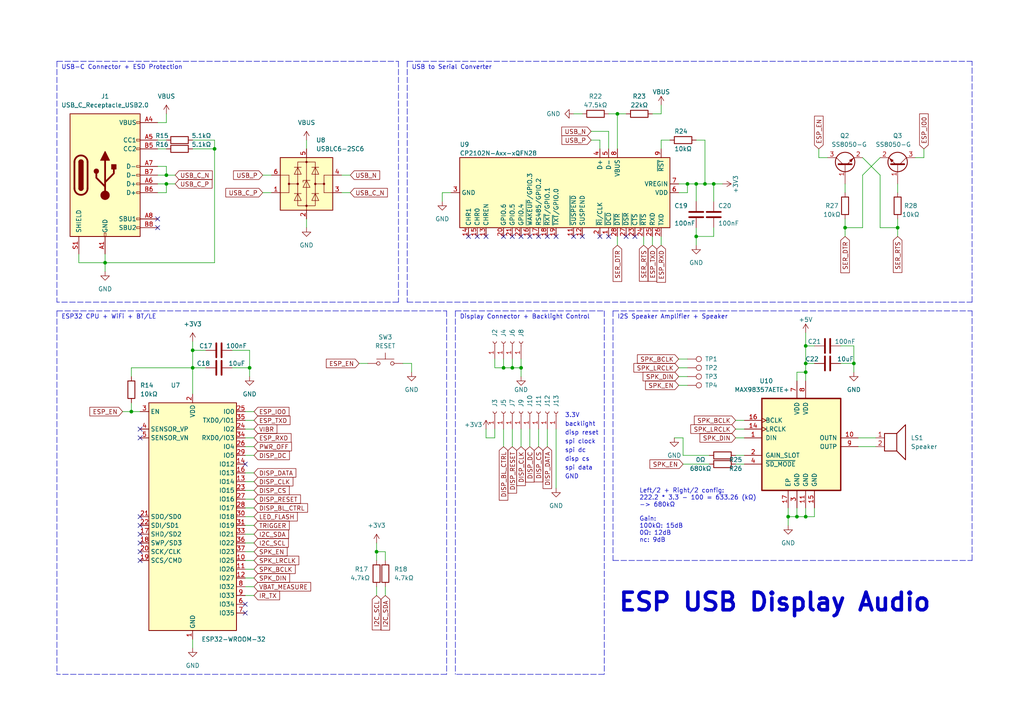
<source format=kicad_sch>
(kicad_sch (version 20211123) (generator eeschema)
  (paper "A4")
  (lib_symbols
    (symbol "Connector:Conn_01x01_Female" (pin_names (offset 1.016) hide)
      (property "Reference" "J" (at 0 2.54 0))
      (property "Value" "Conn_01x01_Female" (at 0 -2.54 0))
      (symbol "Conn_01x01_Female_1_1"
        (polyline (pts (xy -1.27 0) (xy -0.508 0)) (stroke (width 0.1524)))
        (arc (start 0 0.508) (mid -0.508 0) (end 0 -0.508) (stroke (width 0.1524)))
        (pin passive line (at -5.08 0 0) (length 3.81) (name "Pin_1") (number "1"))
      )
    )
    (symbol "Connector:TestPoint" (pin_numbers hide) (pin_names (offset 0.762) hide)
      (property "Reference" "TP" (at 0 6.858 0))
      (property "Value" "TestPoint" (at 0 5.08 0))
      (symbol "TestPoint_0_1"
        (circle (center 0 3.302) (radius 0.762))
      )
      (symbol "TestPoint_1_1"
        (pin passive line (at 0 0 90) (length 2.54) (name "1") (number "1"))
      )
    )
    (symbol "Connector:USB_C_Receptacle_USB2.0" (pin_names (offset 1.016))
      (property "Reference" "J" (at -10.16 19.05 0))
      (property "Value" "USB_C_Receptacle_USB2.0" (at 19.05 19.05 0))
      (symbol "USB_C_Receptacle_USB2.0_0_0"
        (rectangle (start -0.254 -17.78) (end 0.254 -16.764))
        (rectangle (start 10.16 -14.986) (end 9.144 -15.494))
        (rectangle (start 10.16 -12.446) (end 9.144 -12.954))
        (rectangle (start 10.16 -4.826) (end 9.144 -5.334))
        (rectangle (start 10.16 -2.286) (end 9.144 -2.794))
        (rectangle (start 10.16 0.254) (end 9.144 -0.254))
        (rectangle (start 10.16 2.794) (end 9.144 2.286))
        (rectangle (start 10.16 7.874) (end 9.144 7.366))
        (rectangle (start 10.16 10.414) (end 9.144 9.906))
        (rectangle (start 10.16 15.494) (end 9.144 14.986))
      )
      (symbol "USB_C_Receptacle_USB2.0_0_1"
        (rectangle (start -10.16 17.78) (end 10.16 -17.78) (stroke (width 0.254)) (fill (type background)))
        (arc (start -8.89 -3.81) (mid -6.985 -5.715) (end -5.08 -3.81) (stroke (width 0.508)))
        (arc (start -7.62 -3.81) (mid -6.985 -4.445) (end -6.35 -3.81) (stroke (width 0.254)))
        (arc (start -7.62 -3.81) (mid -6.985 -4.445) (end -6.35 -3.81) (stroke (width 0.254)) (fill (type outline)))
        (rectangle (start -7.62 -3.81) (end -6.35 3.81) (stroke (width 0.254)) (fill (type outline)))
        (arc (start -6.35 3.81) (mid -6.985 4.445) (end -7.62 3.81) (stroke (width 0.254)))
        (arc (start -6.35 3.81) (mid -6.985 4.445) (end -7.62 3.81) (stroke (width 0.254)) (fill (type outline)))
        (arc (start -5.08 3.81) (mid -6.985 5.715) (end -8.89 3.81) (stroke (width 0.508)))
        (circle (center -2.54 1.143) (radius 0.635) (stroke (width 0.254)) (fill (type outline)))
        (circle (center 0 -5.842) (radius 1.27) (fill (type outline)))
        (polyline (pts (xy -8.89 -3.81) (xy -8.89 3.81)) (stroke (width 0.508)))
        (polyline (pts (xy -5.08 3.81) (xy -5.08 -3.81)) (stroke (width 0.508)))
        (polyline (pts (xy 0 -5.842) (xy 0 4.318)) (stroke (width 0.508)))
        (polyline (pts (xy 0 -3.302) (xy -2.54 -0.762) (xy -2.54 0.508)) (stroke (width 0.508)))
        (polyline (pts (xy 0 -2.032) (xy 2.54 0.508) (xy 2.54 1.778)) (stroke (width 0.508)))
        (polyline (pts (xy -1.27 4.318) (xy 0 6.858) (xy 1.27 4.318) (xy -1.27 4.318)) (stroke (width 0.254)) (fill (type outline)))
        (rectangle (start 1.905 1.778) (end 3.175 3.048) (stroke (width 0.254)) (fill (type outline)))
      )
      (symbol "USB_C_Receptacle_USB2.0_1_1"
        (pin passive line (at 0 -22.86 90) (length 5.08) (name "GND") (number "A1"))
        (pin passive line (at 0 -22.86 90) (length 5.08) hide (name "GND") (number "A12"))
        (pin passive line (at 15.24 15.24 180) (length 5.08) (name "VBUS") (number "A4"))
        (pin bidirectional line (at 15.24 10.16 180) (length 5.08) (name "CC1") (number "A5"))
        (pin bidirectional line (at 15.24 -2.54 180) (length 5.08) (name "D+") (number "A6"))
        (pin bidirectional line (at 15.24 2.54 180) (length 5.08) (name "D-") (number "A7"))
        (pin bidirectional line (at 15.24 -12.7 180) (length 5.08) (name "SBU1") (number "A8"))
        (pin passive line (at 15.24 15.24 180) (length 5.08) hide (name "VBUS") (number "A9"))
        (pin passive line (at 0 -22.86 90) (length 5.08) hide (name "GND") (number "B1"))
        (pin passive line (at 0 -22.86 90) (length 5.08) hide (name "GND") (number "B12"))
        (pin passive line (at 15.24 15.24 180) (length 5.08) hide (name "VBUS") (number "B4"))
        (pin bidirectional line (at 15.24 7.62 180) (length 5.08) (name "CC2") (number "B5"))
        (pin bidirectional line (at 15.24 -5.08 180) (length 5.08) (name "D+") (number "B6"))
        (pin bidirectional line (at 15.24 0 180) (length 5.08) (name "D-") (number "B7"))
        (pin bidirectional line (at 15.24 -15.24 180) (length 5.08) (name "SBU2") (number "B8"))
        (pin passive line (at 15.24 15.24 180) (length 5.08) hide (name "VBUS") (number "B9"))
        (pin passive line (at -7.62 -22.86 90) (length 5.08) (name "SHIELD") (number "S1"))
      )
    )
    (symbol "Device:C" (pin_numbers hide) (pin_names (offset 0.254))
      (property "Reference" "C" (at 0.635 2.54 0))
      (property "Value" "C" (at 0.635 -2.54 0))
      (symbol "C_0_1"
        (polyline (pts (xy -2.032 -0.762) (xy 2.032 -0.762)) (stroke (width 0.508)))
        (polyline (pts (xy -2.032 0.762) (xy 2.032 0.762)) (stroke (width 0.508)))
      )
      (symbol "C_1_1"
        (pin passive line (at 0 3.81 270) (length 2.794) (name "~") (number "1"))
        (pin passive line (at 0 -3.81 90) (length 2.794) (name "~") (number "2"))
      )
    )
    (symbol "Device:Q_NPN_BEC" (pin_names (offset 0) hide)
      (property "Reference" "Q" (at 5.08 1.27 0))
      (property "Value" "Q_NPN_BEC" (at 5.08 -1.27 0))
      (symbol "Q_NPN_BEC_0_1"
        (polyline (pts (xy 0.635 0.635) (xy 2.54 2.54)))
        (polyline (pts (xy 0.635 -0.635) (xy 2.54 -2.54) (xy 2.54 -2.54)))
        (polyline (pts (xy 0.635 1.905) (xy 0.635 -1.905) (xy 0.635 -1.905)) (stroke (width 0.508)))
        (polyline (pts (xy 1.27 -1.778) (xy 1.778 -1.27) (xy 2.286 -2.286) (xy 1.27 -1.778) (xy 1.27 -1.778)) (fill (type outline)))
        (circle (center 1.27 0) (radius 2.8194) (stroke (width 0.254)))
      )
      (symbol "Q_NPN_BEC_1_1"
        (pin input line (at -5.08 0 0) (length 5.715) (name "B") (number "1"))
        (pin passive line (at 2.54 -5.08 90) (length 2.54) (name "E") (number "2"))
        (pin passive line (at 2.54 5.08 270) (length 2.54) (name "C") (number "3"))
      )
    )
    (symbol "Device:R" (pin_numbers hide) (pin_names (offset 0))
      (property "Reference" "R" (at 2.032 0 90))
      (property "Value" "R" (at 0 0 90))
      (symbol "R_0_1"
        (rectangle (start -1.016 -2.54) (end 1.016 2.54) (stroke (width 0.254)))
      )
      (symbol "R_1_1"
        (pin passive line (at 0 3.81 270) (length 1.27) (name "~") (number "1"))
        (pin passive line (at 0 -3.81 90) (length 1.27) (name "~") (number "2"))
      )
    )
    (symbol "Device:Speaker" (pin_names (offset 0) hide)
      (property "Reference" "LS" (at 1.27 5.715 0))
      (property "Value" "Speaker" (at 1.27 3.81 0))
      (symbol "Speaker_0_0"
        (rectangle (start -2.54 1.27) (end 1.016 -3.81) (stroke (width 0.254)))
        (polyline (pts (xy 1.016 1.27) (xy 3.556 3.81) (xy 3.556 -6.35) (xy 1.016 -3.81)) (stroke (width 0.254)))
      )
      (symbol "Speaker_1_1"
        (pin input line (at -5.08 0 0) (length 2.54) (name "1") (number "1"))
        (pin input line (at -5.08 -2.54 0) (length 2.54) (name "2") (number "2"))
      )
    )
    (symbol "Interface_USB:CP2102N-Axx-xQFN28"
      (property "Reference" "U" (at -8.89 31.75 0))
      (property "Value" "CP2102N-Axx-xQFN28" (at 12.7 31.75 0))
      (symbol "CP2102N-Axx-xQFN28_0_1"
        (rectangle (start -10.16 30.48) (end 10.16 -30.48) (stroke (width 0.254)) (fill (type background)))
      )
      (symbol "CP2102N-Axx-xQFN28_1_1"
        (pin input line (at 12.7 12.7 180) (length 2.54) (name "~{DCD}") (number "1"))
        (pin no_connect line (at -10.16 -27.94 0) (length 2.54) hide (name "NC") (number "10"))
        (pin output line (at 12.7 2.54 180) (length 2.54) (name "~{SUSPEND}") (number "11"))
        (pin output line (at 12.7 5.08 180) (length 2.54) (name "SUSPEND") (number "12"))
        (pin output line (at 12.7 -22.86 180) (length 2.54) (name "CHREN") (number "13"))
        (pin output line (at 12.7 -27.94 180) (length 2.54) (name "CHR1") (number "14"))
        (pin output line (at 12.7 -25.4 180) (length 2.54) (name "CHR0") (number "15"))
        (pin bidirectional line (at 12.7 -10.16 180) (length 2.54) (name "~{WAKEUP}/GPIO.3") (number "16"))
        (pin bidirectional line (at 12.7 -7.62 180) (length 2.54) (name "RS485/GPIO.2") (number "17"))
        (pin bidirectional line (at 12.7 -5.08 180) (length 2.54) (name "~{RXT}/GPIO.1") (number "18"))
        (pin bidirectional line (at 12.7 -2.54 180) (length 2.54) (name "~{TXT}/GPIO.0") (number "19"))
        (pin bidirectional line (at 12.7 10.16 180) (length 2.54) (name "~{RI}/CLK") (number "2"))
        (pin bidirectional line (at 12.7 -17.78 180) (length 2.54) (name "GPIO.6") (number "20"))
        (pin bidirectional line (at 12.7 -15.24 180) (length 2.54) (name "GPIO.5") (number "21"))
        (pin bidirectional line (at 12.7 -12.7 180) (length 2.54) (name "GPIO.4") (number "22"))
        (pin input line (at 12.7 20.32 180) (length 2.54) (name "~{CTS}") (number "23"))
        (pin output line (at 12.7 22.86 180) (length 2.54) (name "~{RTS}") (number "24"))
        (pin input line (at 12.7 25.4 180) (length 2.54) (name "RXD") (number "25"))
        (pin output line (at 12.7 27.94 180) (length 2.54) (name "TXD") (number "26"))
        (pin input line (at 12.7 17.78 180) (length 2.54) (name "~{DSR}") (number "27"))
        (pin output line (at 12.7 15.24 180) (length 2.54) (name "~{DTR}") (number "28"))
        (pin passive line (at 0 -33.02 90) (length 2.54) hide (name "GND") (number "29"))
        (pin power_in line (at 0 -33.02 90) (length 2.54) (name "GND") (number "3"))
        (pin bidirectional line (at -12.7 10.16 0) (length 2.54) (name "D+") (number "4"))
        (pin bidirectional line (at -12.7 12.7 0) (length 2.54) (name "D-") (number "5"))
        (pin power_in line (at 0 33.02 270) (length 2.54) (name "VDD") (number "6"))
        (pin power_in line (at -2.54 33.02 270) (length 2.54) (name "VREGIN") (number "7"))
        (pin input line (at -12.7 15.24 0) (length 2.54) (name "VBUS") (number "8"))
        (pin input line (at -12.7 27.94 0) (length 2.54) (name "~{RST}") (number "9"))
      )
    )
    (symbol "MAX98357AETE:MAX98357AETE+" (pin_names (offset 1.016))
      (property "Reference" "U" (at -17.78 12.7 0))
      (property "Value" "MAX98357AETE+" (at -3.81 12.7 0))
      (symbol "MAX98357AETE+_0_0"
        (rectangle (start -17.78 11.43) (end 5.08 -15.24) (stroke (width 0.4064)) (fill (type background)))
        (pin input line (at -22.86 0 0) (length 5.08) (name "DIN") (number "1"))
        (pin output line (at 10.16 0 180) (length 5.08) (name "OUTN") (number "10"))
        (pin power_in line (at -5.08 -20.32 90) (length 5.08) (name "GND") (number "11"))
        (pin input clock (at -22.86 2.54 0) (length 5.08) (name "LRCLK") (number "14"))
        (pin power_in line (at -2.54 -20.32 90) (length 5.08) (name "GND") (number "15"))
        (pin input clock (at -22.86 5.08 0) (length 5.08) (name "BCLK") (number "16"))
        (pin power_in line (at -10.16 -20.32 90) (length 5.08) (name "EP") (number "17"))
        (pin input line (at -22.86 -5.08 0) (length 5.08) (name "GAIN_SLOT") (number "2"))
        (pin power_in line (at -7.62 -20.32 90) (length 5.08) (name "GND") (number "3"))
        (pin input line (at -22.86 -7.62 0) (length 5.08) (name "~{SD_MODE}") (number "4"))
        (pin power_in line (at -7.62 16.51 270) (length 5.08) (name "VDD") (number "7"))
        (pin power_in line (at -5.08 16.51 270) (length 5.08) (name "VDD") (number "8"))
        (pin output line (at 10.16 -2.54 180) (length 5.08) (name "OUTP") (number "9"))
      )
    )
    (symbol "Power_Protection:USBLC6-2SC6" (pin_names hide)
      (property "Reference" "U" (at 2.54 8.89 0))
      (property "Value" "USBLC6-2SC6" (at 2.54 -8.89 0))
      (symbol "USBLC6-2SC6_0_1"
        (rectangle (start -7.62 -7.62) (end 7.62 7.62) (stroke (width 0.254)) (fill (type background)))
        (circle (center -5.08 0) (radius 0.254) (fill (type outline)))
        (circle (center -2.54 0) (radius 0.254) (fill (type outline)))
        (rectangle (start -2.54 6.35) (end 2.54 -6.35))
        (circle (center 0 -6.35) (radius 0.254) (fill (type outline)))
        (polyline (pts (xy -5.08 -2.54) (xy -7.62 -2.54)))
        (polyline (pts (xy -5.08 0) (xy -5.08 -2.54)))
        (polyline (pts (xy -5.08 2.54) (xy -7.62 2.54)))
        (polyline (pts (xy -1.524 -2.794) (xy -3.556 -2.794)))
        (polyline (pts (xy -1.524 4.826) (xy -3.556 4.826)))
        (polyline (pts (xy 0 -7.62) (xy 0 -6.35)))
        (polyline (pts (xy 0 -6.35) (xy 0 1.27)))
        (polyline (pts (xy 0 1.27) (xy 0 6.35)))
        (polyline (pts (xy 0 6.35) (xy 0 7.62)))
        (polyline (pts (xy 1.524 -2.794) (xy 3.556 -2.794)))
        (polyline (pts (xy 1.524 4.826) (xy 3.556 4.826)))
        (polyline (pts (xy 5.08 -2.54) (xy 7.62 -2.54)))
        (polyline (pts (xy 5.08 0) (xy 5.08 -2.54)))
        (polyline (pts (xy 5.08 2.54) (xy 7.62 2.54)))
        (polyline (pts (xy -2.54 0) (xy -5.08 0) (xy -5.08 2.54)))
        (polyline (pts (xy 2.54 0) (xy 5.08 0) (xy 5.08 2.54)))
        (polyline (pts (xy -3.556 -4.826) (xy -1.524 -4.826) (xy -2.54 -2.794) (xy -3.556 -4.826)))
        (polyline (pts (xy -3.556 2.794) (xy -1.524 2.794) (xy -2.54 4.826) (xy -3.556 2.794)))
        (polyline (pts (xy -1.016 -1.016) (xy 1.016 -1.016) (xy 0 1.016) (xy -1.016 -1.016)))
        (polyline (pts (xy 1.016 1.016) (xy 0.762 1.016) (xy -1.016 1.016) (xy -1.016 0.508)))
        (polyline (pts (xy 3.556 -4.826) (xy 1.524 -4.826) (xy 2.54 -2.794) (xy 3.556 -4.826)))
        (polyline (pts (xy 3.556 2.794) (xy 1.524 2.794) (xy 2.54 4.826) (xy 3.556 2.794)))
        (circle (center 0 6.35) (radius 0.254) (fill (type outline)))
        (circle (center 2.54 0) (radius 0.254) (fill (type outline)))
        (circle (center 5.08 0) (radius 0.254) (fill (type outline)))
      )
      (symbol "USBLC6-2SC6_1_1"
        (pin passive line (at -10.16 -2.54 0) (length 2.54) (name "I/O1") (number "1"))
        (pin passive line (at 0 -10.16 90) (length 2.54) (name "GND") (number "2"))
        (pin passive line (at 10.16 -2.54 180) (length 2.54) (name "I/O2") (number "3"))
        (pin passive line (at 10.16 2.54 180) (length 2.54) (name "I/O2") (number "4"))
        (pin passive line (at 0 10.16 270) (length 2.54) (name "VBUS") (number "5"))
        (pin passive line (at -10.16 2.54 0) (length 2.54) (name "I/O1") (number "6"))
      )
    )
    (symbol "RF_Module:ESP32-WROOM-32"
      (property "Reference" "U" (at -12.7 34.29 0))
      (property "Value" "ESP32-WROOM-32" (at 1.27 34.29 0))
      (symbol "ESP32-WROOM-32_0_1"
        (rectangle (start -12.7 33.02) (end 12.7 -33.02) (stroke (width 0.254)) (fill (type background)))
      )
      (symbol "ESP32-WROOM-32_1_1"
        (pin power_in line (at 0 -35.56 90) (length 2.54) (name "GND") (number "1"))
        (pin bidirectional line (at 15.24 -12.7 180) (length 2.54) (name "IO25") (number "10"))
        (pin bidirectional line (at 15.24 -15.24 180) (length 2.54) (name "IO26") (number "11"))
        (pin bidirectional line (at 15.24 -17.78 180) (length 2.54) (name "IO27") (number "12"))
        (pin bidirectional line (at 15.24 10.16 180) (length 2.54) (name "IO14") (number "13"))
        (pin bidirectional line (at 15.24 15.24 180) (length 2.54) (name "IO12") (number "14"))
        (pin passive line (at 0 -35.56 90) (length 2.54) hide (name "GND") (number "15"))
        (pin bidirectional line (at 15.24 12.7 180) (length 2.54) (name "IO13") (number "16"))
        (pin bidirectional line (at -15.24 -5.08 0) (length 2.54) (name "SHD/SD2") (number "17"))
        (pin bidirectional line (at -15.24 -7.62 0) (length 2.54) (name "SWP/SD3") (number "18"))
        (pin bidirectional line (at -15.24 -12.7 0) (length 2.54) (name "SCS/CMD") (number "19"))
        (pin power_in line (at 0 35.56 270) (length 2.54) (name "VDD") (number "2"))
        (pin bidirectional line (at -15.24 -10.16 0) (length 2.54) (name "SCK/CLK") (number "20"))
        (pin bidirectional line (at -15.24 0 0) (length 2.54) (name "SDO/SD0") (number "21"))
        (pin bidirectional line (at -15.24 -2.54 0) (length 2.54) (name "SDI/SD1") (number "22"))
        (pin bidirectional line (at 15.24 7.62 180) (length 2.54) (name "IO15") (number "23"))
        (pin bidirectional line (at 15.24 25.4 180) (length 2.54) (name "IO2") (number "24"))
        (pin bidirectional line (at 15.24 30.48 180) (length 2.54) (name "IO0") (number "25"))
        (pin bidirectional line (at 15.24 20.32 180) (length 2.54) (name "IO4") (number "26"))
        (pin bidirectional line (at 15.24 5.08 180) (length 2.54) (name "IO16") (number "27"))
        (pin bidirectional line (at 15.24 2.54 180) (length 2.54) (name "IO17") (number "28"))
        (pin bidirectional line (at 15.24 17.78 180) (length 2.54) (name "IO5") (number "29"))
        (pin input line (at -15.24 30.48 0) (length 2.54) (name "EN") (number "3"))
        (pin bidirectional line (at 15.24 0 180) (length 2.54) (name "IO18") (number "30"))
        (pin bidirectional line (at 15.24 -2.54 180) (length 2.54) (name "IO19") (number "31"))
        (pin no_connect line (at -12.7 -27.94 0) (length 2.54) hide (name "NC") (number "32"))
        (pin bidirectional line (at 15.24 -5.08 180) (length 2.54) (name "IO21") (number "33"))
        (pin bidirectional line (at 15.24 22.86 180) (length 2.54) (name "RXD0/IO3") (number "34"))
        (pin bidirectional line (at 15.24 27.94 180) (length 2.54) (name "TXD0/IO1") (number "35"))
        (pin bidirectional line (at 15.24 -7.62 180) (length 2.54) (name "IO22") (number "36"))
        (pin bidirectional line (at 15.24 -10.16 180) (length 2.54) (name "IO23") (number "37"))
        (pin passive line (at 0 -35.56 90) (length 2.54) hide (name "GND") (number "38"))
        (pin passive line (at 0 -35.56 90) (length 2.54) hide (name "GND") (number "39"))
        (pin input line (at -15.24 25.4 0) (length 2.54) (name "SENSOR_VP") (number "4"))
        (pin input line (at -15.24 22.86 0) (length 2.54) (name "SENSOR_VN") (number "5"))
        (pin input line (at 15.24 -25.4 180) (length 2.54) (name "IO34") (number "6"))
        (pin input line (at 15.24 -27.94 180) (length 2.54) (name "IO35") (number "7"))
        (pin bidirectional line (at 15.24 -20.32 180) (length 2.54) (name "IO32") (number "8"))
        (pin bidirectional line (at 15.24 -22.86 180) (length 2.54) (name "IO33") (number "9"))
      )
    )
    (symbol "Switch:SW_Push" (pin_numbers hide) (pin_names (offset 1.016) hide)
      (property "Reference" "SW" (at 1.27 2.54 0))
      (property "Value" "SW_Push" (at 0 -1.524 0))
      (symbol "SW_Push_0_1"
        (circle (center -2.032 0) (radius 0.508))
        (polyline (pts (xy 0 1.27) (xy 0 3.048)))
        (polyline (pts (xy 2.54 1.27) (xy -2.54 1.27)))
        (circle (center 2.032 0) (radius 0.508))
        (pin passive line (at -5.08 0 0) (length 2.54) (name "1") (number "1"))
        (pin passive line (at 5.08 0 180) (length 2.54) (name "2") (number "2"))
      )
    )
    (symbol "power:+3V3" (power) (pin_names (offset 0))
      (property "Value" "+3V3" (at 0 3.556 0))
      (symbol "+3V3_0_1"
        (polyline (pts (xy -0.762 1.27) (xy 0 2.54)))
        (polyline (pts (xy 0 0) (xy 0 2.54)))
        (polyline (pts (xy 0 2.54) (xy 0.762 1.27)))
      )
      (symbol "+3V3_1_1"
        (pin power_in line (at 0 0 90) (length 0) hide (name "+3V3") (number "1"))
      )
    )
    (symbol "power:+5V" (power) (pin_names (offset 0))
      (property "Value" "+5V" (at 0 3.556 0))
      (symbol "+5V_0_1"
        (polyline (pts (xy -0.762 1.27) (xy 0 2.54)))
        (polyline (pts (xy 0 0) (xy 0 2.54)))
        (polyline (pts (xy 0 2.54) (xy 0.762 1.27)))
      )
      (symbol "+5V_1_1"
        (pin power_in line (at 0 0 90) (length 0) hide (name "+5V") (number "1"))
      )
    )
    (symbol "power:GND" (power) (pin_names (offset 0))
      (property "Value" "GND" (at 0 -3.81 0))
      (symbol "GND_0_1"
        (polyline (pts (xy 0 0) (xy 0 -1.27) (xy 1.27 -1.27) (xy 0 -2.54) (xy -1.27 -1.27) (xy 0 -1.27)))
      )
      (symbol "GND_1_1"
        (pin power_in line (at 0 0 270) (length 0) hide (name "GND") (number "1"))
      )
    )
    (symbol "power:VBUS" (power) (pin_names (offset 0))
      (property "Value" "VBUS" (at 0 3.81 0))
      (symbol "VBUS_0_1"
        (polyline (pts (xy -0.762 1.27) (xy 0 2.54)))
        (polyline (pts (xy 0 0) (xy 0 2.54)))
        (polyline (pts (xy 0 2.54) (xy 0.762 1.27)))
      )
      (symbol "VBUS_1_1"
        (pin power_in line (at 0 0 90) (length 0) hide (name "VBUS") (number "1"))
      )
    )
  )
  (junction (at 72.39 106.68))
  (junction (at 199.39 53.34))
  (junction (at 62.23 43.18))
  (junction (at 260.35 66.04))
  (junction (at 55.88 106.68))
  (junction (at 233.68 100.33))
  (junction (at 228.6 149.86))
  (junction (at 245.11 66.04))
  (junction (at 247.65 105.41))
  (junction (at 109.22 160.02))
  (junction (at 146.05 106.68))
  (junction (at 201.93 68.58))
  (junction (at 38.1 119.38))
  (junction (at 148.59 106.68))
  (junction (at 30.48 76.2))
  (junction (at 179.07 33.02))
  (junction (at 233.68 105.41))
  (junction (at 151.13 106.68))
  (junction (at 201.93 53.34))
  (junction (at 48.26 50.8))
  (junction (at 48.26 53.34))
  (junction (at 233.68 107.95))
  (junction (at 233.68 149.86))
  (junction (at 231.14 149.86))
  (junction (at 207.01 53.34))
  (junction (at 55.88 101.6))
  (junction (at 204.47 53.34))
  (no_connect (at 168.91 68.58))
  (no_connect (at 40.64 162.56))
  (no_connect (at 156.21 68.58))
  (no_connect (at 153.67 68.58))
  (no_connect (at 181.61 68.58))
  (no_connect (at 45.72 63.5))
  (no_connect (at 184.15 68.58))
  (no_connect (at 40.64 154.94))
  (no_connect (at 146.05 68.58))
  (no_connect (at 40.64 157.48))
  (no_connect (at 140.97 68.58))
  (no_connect (at 40.64 160.02))
  (no_connect (at 71.12 134.62))
  (no_connect (at 45.72 66.04))
  (no_connect (at 176.53 68.58))
  (no_connect (at 71.12 177.8))
  (no_connect (at 173.99 68.58))
  (no_connect (at 40.64 149.86))
  (no_connect (at 158.75 68.58))
  (no_connect (at 161.29 68.58))
  (no_connect (at 40.64 127))
  (no_connect (at 135.89 68.58))
  (no_connect (at 40.64 124.46))
  (no_connect (at 138.43 68.58))
  (no_connect (at 166.37 68.58))
  (no_connect (at 148.59 68.58))
  (no_connect (at 40.64 152.4))
  (no_connect (at 71.12 175.26))
  (no_connect (at 151.13 68.58))
  (wire (pts (xy 189.23 33.02) (xy 191.77 33.02)))
  (wire (pts (xy 245.11 68.58) (xy 245.11 66.04)))
  (wire (pts (xy 76.2 55.88) (xy 78.74 55.88)))
  (wire (pts (xy 207.01 53.34) (xy 204.47 53.34)))
  (wire (pts (xy 255.27 50.8) (xy 255.27 66.04)))
  (wire (pts (xy 48.26 33.02) (xy 48.26 35.56)))
  (wire (pts (xy 128.27 55.88) (xy 128.27 58.42)))
  (wire (pts (xy 22.86 73.66) (xy 22.86 76.2)))
  (wire (pts (xy 22.86 76.2) (xy 30.48 76.2)))
  (wire (pts (xy 196.85 106.68) (xy 199.39 106.68)))
  (polyline (pts (xy 177.8 90.17) (xy 177.8 162.56)))
  (wire (pts (xy 260.35 63.5) (xy 260.35 66.04)))
  (wire (pts (xy 161.29 141.605) (xy 161.29 124.46)))
  (wire (pts (xy 119.38 107.95) (xy 119.38 105.41)))
  (wire (pts (xy 30.48 76.2) (xy 30.48 78.74)))
  (wire (pts (xy 38.1 109.22) (xy 38.1 106.68)))
  (wire (pts (xy 201.93 53.34) (xy 201.93 58.42)))
  (wire (pts (xy 55.88 106.68) (xy 55.88 114.3)))
  (wire (pts (xy 213.36 124.46) (xy 215.9 124.46)))
  (wire (pts (xy 71.12 160.02) (xy 73.66 160.02)))
  (wire (pts (xy 176.53 38.1) (xy 176.53 43.18)))
  (wire (pts (xy 228.6 149.86) (xy 231.14 149.86)))
  (wire (pts (xy 156.21 129.54) (xy 156.21 124.46)))
  (wire (pts (xy 48.26 50.8) (xy 50.8 50.8)))
  (wire (pts (xy 153.67 129.54) (xy 153.67 124.46)))
  (wire (pts (xy 233.68 96.52) (xy 233.68 100.33)))
  (wire (pts (xy 201.93 66.04) (xy 201.93 68.58)))
  (wire (pts (xy 62.23 40.64) (xy 55.88 40.64)))
  (wire (pts (xy 71.12 124.46) (xy 73.66 124.46)))
  (wire (pts (xy 143.51 104.14) (xy 143.51 106.68)))
  (polyline (pts (xy 115.57 17.78) (xy 115.57 87.63)) (stroke (width 0) (type dash)))
  (wire (pts (xy 231.14 149.86) (xy 233.68 149.86)))
  (polyline (pts (xy 132.08 90.17) (xy 175.26 90.17)))
  (wire (pts (xy 265.43 45.72) (xy 267.97 45.72)))
  (wire (pts (xy 71.12 119.38) (xy 73.66 119.38)))
  (wire (pts (xy 196.85 109.22) (xy 199.39 109.22)))
  (polyline (pts (xy 129.54 195.58) (xy 16.51 195.58)))
  (wire (pts (xy 148.59 106.68) (xy 151.13 106.68)))
  (wire (pts (xy 233.68 100.33) (xy 233.68 105.41)))
  (wire (pts (xy 38.1 106.68) (xy 55.88 106.68)))
  (wire (pts (xy 196.85 104.14) (xy 199.39 104.14)))
  (wire (pts (xy 233.68 100.33) (xy 236.22 100.33)))
  (wire (pts (xy 233.68 149.86) (xy 236.22 149.86)))
  (wire (pts (xy 99.06 50.8) (xy 101.6 50.8)))
  (polyline (pts (xy 118.11 87.63) (xy 281.94 87.63)))
  (wire (pts (xy 55.88 101.6) (xy 55.88 106.68)))
  (wire (pts (xy 45.72 53.34) (xy 48.26 53.34)))
  (wire (pts (xy 72.39 101.6) (xy 72.39 106.68)))
  (wire (pts (xy 196.85 55.88) (xy 199.39 55.88)))
  (wire (pts (xy 245.11 63.5) (xy 245.11 66.04)))
  (wire (pts (xy 111.76 170.18) (xy 111.76 172.72)))
  (wire (pts (xy 233.68 107.95) (xy 233.68 110.49)))
  (wire (pts (xy 62.23 43.18) (xy 62.23 40.64)))
  (wire (pts (xy 48.26 50.8) (xy 48.26 48.26)))
  (wire (pts (xy 143.51 106.68) (xy 146.05 106.68)))
  (wire (pts (xy 55.88 185.42) (xy 55.88 187.96)))
  (wire (pts (xy 72.39 106.68) (xy 72.39 109.22)))
  (wire (pts (xy 48.26 53.34) (xy 50.8 53.34)))
  (wire (pts (xy 204.47 40.64) (xy 204.47 53.34)))
  (wire (pts (xy 166.37 33.02) (xy 168.91 33.02)))
  (polyline (pts (xy 16.51 17.78) (xy 16.51 87.63)) (stroke (width 0) (type dash)))
  (wire (pts (xy 207.01 68.58) (xy 207.01 66.04)))
  (wire (pts (xy 104.14 105.41) (xy 106.68 105.41)))
  (polyline (pts (xy 281.94 162.56) (xy 281.94 90.17)))
  (wire (pts (xy 30.48 76.2) (xy 62.23 76.2)))
  (wire (pts (xy 267.97 45.72) (xy 267.97 43.18)))
  (wire (pts (xy 35.56 119.38) (xy 38.1 119.38)))
  (wire (pts (xy 201.93 40.64) (xy 204.47 40.64)))
  (wire (pts (xy 248.92 129.54) (xy 254 129.54)))
  (wire (pts (xy 189.23 68.58) (xy 189.23 71.12)))
  (wire (pts (xy 71.12 162.56) (xy 73.66 162.56)))
  (wire (pts (xy 248.92 127) (xy 254 127)))
  (wire (pts (xy 237.49 45.72) (xy 237.49 43.18)))
  (wire (pts (xy 228.6 149.86) (xy 228.6 152.4)))
  (wire (pts (xy 71.12 137.16) (xy 73.66 137.16)))
  (wire (pts (xy 260.35 55.88) (xy 260.35 53.34)))
  (wire (pts (xy 247.65 100.33) (xy 247.65 105.41)))
  (polyline (pts (xy 16.51 17.78) (xy 115.57 17.78)) (stroke (width 0) (type dash)))
  (wire (pts (xy 109.22 157.48) (xy 109.22 160.02)))
  (wire (pts (xy 204.47 53.34) (xy 201.93 53.34)))
  (wire (pts (xy 151.13 129.54) (xy 151.13 124.46)))
  (wire (pts (xy 233.68 147.32) (xy 233.68 149.86)))
  (wire (pts (xy 99.06 55.88) (xy 101.6 55.88)))
  (wire (pts (xy 260.35 68.58) (xy 260.35 66.04)))
  (wire (pts (xy 191.77 30.48) (xy 191.77 33.02)))
  (wire (pts (xy 45.72 43.18) (xy 48.26 43.18)))
  (polyline (pts (xy 129.54 90.17) (xy 129.54 195.58)))
  (wire (pts (xy 171.45 38.1) (xy 176.53 38.1)))
  (wire (pts (xy 151.13 106.68) (xy 151.13 109.22)))
  (wire (pts (xy 179.07 68.58) (xy 179.07 71.12)))
  (wire (pts (xy 247.65 105.41) (xy 247.65 107.95)))
  (wire (pts (xy 71.12 172.72) (xy 73.66 172.72)))
  (wire (pts (xy 109.22 160.02) (xy 109.22 162.56)))
  (wire (pts (xy 30.48 76.2) (xy 30.48 73.66)))
  (wire (pts (xy 71.12 121.92) (xy 73.66 121.92)))
  (wire (pts (xy 148.59 104.14) (xy 148.59 106.68)))
  (wire (pts (xy 231.14 107.95) (xy 231.14 110.49)))
  (polyline (pts (xy 16.51 90.17) (xy 129.54 90.17)))
  (wire (pts (xy 199.39 53.34) (xy 199.39 55.88)))
  (wire (pts (xy 146.05 124.46) (xy 146.05 129.54)))
  (polyline (pts (xy 177.8 162.56) (xy 281.94 162.56)))
  (wire (pts (xy 231.14 107.95) (xy 233.68 107.95)))
  (wire (pts (xy 38.1 119.38) (xy 40.64 119.38)))
  (wire (pts (xy 198.12 127) (xy 198.12 132.08)))
  (wire (pts (xy 213.36 132.08) (xy 215.9 132.08)))
  (wire (pts (xy 176.53 33.02) (xy 179.07 33.02)))
  (wire (pts (xy 250.19 50.8) (xy 250.19 66.04)))
  (wire (pts (xy 158.75 129.54) (xy 158.75 124.46)))
  (wire (pts (xy 71.12 167.64) (xy 73.66 167.64)))
  (wire (pts (xy 76.2 50.8) (xy 78.74 50.8)))
  (wire (pts (xy 228.6 147.32) (xy 228.6 149.86)))
  (wire (pts (xy 109.22 170.18) (xy 109.22 172.72)))
  (wire (pts (xy 71.12 127) (xy 73.66 127)))
  (wire (pts (xy 243.84 100.33) (xy 247.65 100.33)))
  (wire (pts (xy 207.01 53.34) (xy 207.01 58.42)))
  (wire (pts (xy 198.12 132.08) (xy 205.74 132.08)))
  (wire (pts (xy 71.12 157.48) (xy 73.66 157.48)))
  (wire (pts (xy 191.77 43.18) (xy 191.77 40.64)))
  (wire (pts (xy 67.31 101.6) (xy 72.39 101.6)))
  (wire (pts (xy 171.45 40.64) (xy 173.99 40.64)))
  (wire (pts (xy 191.77 40.64) (xy 194.31 40.64)))
  (wire (pts (xy 45.72 50.8) (xy 48.26 50.8)))
  (wire (pts (xy 71.12 154.94) (xy 73.66 154.94)))
  (polyline (pts (xy 281.94 87.63) (xy 281.94 17.78)))
  (wire (pts (xy 231.14 147.32) (xy 231.14 149.86)))
  (wire (pts (xy 55.88 43.18) (xy 62.23 43.18)))
  (polyline (pts (xy 175.26 195.58) (xy 132.08 195.58)))
  (polyline (pts (xy 177.8 90.17) (xy 281.94 90.17)))
  (wire (pts (xy 146.05 106.68) (xy 148.59 106.68)))
  (wire (pts (xy 45.72 55.88) (xy 48.26 55.88)))
  (wire (pts (xy 71.12 147.32) (xy 73.66 147.32)))
  (wire (pts (xy 198.12 134.62) (xy 205.74 134.62)))
  (wire (pts (xy 88.9 40.64) (xy 88.9 43.18)))
  (polyline (pts (xy 118.11 17.78) (xy 281.94 17.78)))
  (wire (pts (xy 196.85 111.76) (xy 199.39 111.76)))
  (wire (pts (xy 201.93 68.58) (xy 207.01 68.58)))
  (wire (pts (xy 186.69 68.58) (xy 186.69 71.12)))
  (wire (pts (xy 255.27 50.8) (xy 250.19 45.72)))
  (wire (pts (xy 55.88 101.6) (xy 59.69 101.6)))
  (wire (pts (xy 72.39 106.68) (xy 67.31 106.68)))
  (wire (pts (xy 71.12 170.18) (xy 73.66 170.18)))
  (polyline (pts (xy 132.08 90.17) (xy 132.08 195.58)))
  (wire (pts (xy 111.76 160.02) (xy 111.76 162.56)))
  (wire (pts (xy 71.12 149.86) (xy 73.66 149.86)))
  (wire (pts (xy 173.99 40.64) (xy 173.99 43.18)))
  (wire (pts (xy 255.27 45.72) (xy 250.19 50.8)))
  (wire (pts (xy 209.55 53.34) (xy 207.01 53.34)))
  (wire (pts (xy 245.11 55.88) (xy 245.11 53.34)))
  (wire (pts (xy 179.07 33.02) (xy 181.61 33.02)))
  (wire (pts (xy 233.68 105.41) (xy 233.68 107.95)))
  (polyline (pts (xy 118.11 17.78) (xy 118.11 87.63)))
  (wire (pts (xy 240.03 45.72) (xy 237.49 45.72)))
  (wire (pts (xy 119.38 105.41) (xy 116.84 105.41)))
  (wire (pts (xy 140.97 127) (xy 143.51 127)))
  (wire (pts (xy 55.88 106.68) (xy 59.69 106.68)))
  (wire (pts (xy 71.12 152.4) (xy 73.66 152.4)))
  (wire (pts (xy 191.77 68.58) (xy 191.77 71.12)))
  (wire (pts (xy 109.22 160.02) (xy 111.76 160.02)))
  (wire (pts (xy 48.26 35.56) (xy 45.72 35.56)))
  (wire (pts (xy 250.19 66.04) (xy 245.11 66.04)))
  (wire (pts (xy 255.27 66.04) (xy 260.35 66.04)))
  (wire (pts (xy 146.05 104.14) (xy 146.05 106.68)))
  (polyline (pts (xy 16.51 90.17) (xy 16.51 195.58)))
  (wire (pts (xy 195.58 127) (xy 198.12 127)))
  (wire (pts (xy 71.12 129.54) (xy 73.66 129.54)))
  (wire (pts (xy 45.72 48.26) (xy 48.26 48.26)))
  (wire (pts (xy 48.26 53.34) (xy 48.26 55.88)))
  (wire (pts (xy 38.1 116.84) (xy 38.1 119.38)))
  (wire (pts (xy 148.59 129.54) (xy 148.59 124.46)))
  (wire (pts (xy 213.36 134.62) (xy 215.9 134.62)))
  (wire (pts (xy 71.12 132.08) (xy 73.66 132.08)))
  (wire (pts (xy 88.9 63.5) (xy 88.9 66.04)))
  (wire (pts (xy 62.23 76.2) (xy 62.23 43.18)))
  (wire (pts (xy 196.85 53.34) (xy 199.39 53.34)))
  (wire (pts (xy 71.12 144.78) (xy 73.66 144.78)))
  (wire (pts (xy 140.97 124.46) (xy 140.97 127)))
  (wire (pts (xy 45.72 40.64) (xy 48.26 40.64)))
  (wire (pts (xy 213.36 121.92) (xy 215.9 121.92)))
  (polyline (pts (xy 175.26 90.17) (xy 175.26 195.58)))
  (wire (pts (xy 213.36 127) (xy 215.9 127)))
  (wire (pts (xy 128.27 55.88) (xy 130.81 55.88)))
  (wire (pts (xy 233.68 105.41) (xy 236.22 105.41)))
  (wire (pts (xy 236.22 147.32) (xy 236.22 149.86)))
  (wire (pts (xy 71.12 165.1) (xy 73.66 165.1)))
  (wire (pts (xy 71.12 142.24) (xy 73.66 142.24)))
  (wire (pts (xy 247.65 105.41) (xy 243.84 105.41)))
  (wire (pts (xy 179.07 33.02) (xy 179.07 43.18)))
  (wire (pts (xy 201.93 53.34) (xy 199.39 53.34)))
  (wire (pts (xy 151.13 106.68) (xy 151.13 104.14)))
  (wire (pts (xy 201.93 68.58) (xy 201.93 71.12)))
  (polyline (pts (xy 115.57 87.63) (xy 16.51 87.63)) (stroke (width 0) (type dash)))
  (wire (pts (xy 55.88 99.06) (xy 55.88 101.6)))
  (wire (pts (xy 143.51 127) (xy 143.51 124.46)))
  (wire (pts (xy 71.12 139.7) (xy 73.66 139.7)))
  (text "spi dc" (at 163.83 131.445 0) (effects (font (size 1.27 1.27)) (justify left bottom)))
  (text "Display Connector + Backlight Control" (at 133.35 92.71 0) (effects (font (size 1.27 1.27)) (justify left bottom)))
  (text "disp reset" (at 163.83 126.365 0) (effects (font (size 1.27 1.27)) (justify left bottom)))
  (text "GND" (at 163.83 139.065 0) (effects (font (size 1.27 1.27)) (justify left bottom)))
  (text "3.3V" (at 163.83 121.285 0) (effects (font (size 1.27 1.27)) (justify left bottom)))
  (text "ESP32 CPU + WiFi + BT/LE" (at 17.78 92.71 0) (effects (font (size 1.27 1.27)) (justify left bottom)))
  (text "ESP USB Display Audio" (at 179.07 177.8 0) (effects (font (size 5.12 5.12) (thickness 1.024) bold) (justify left bottom)))
  (text "backlight" (at 163.83 123.825 0) (effects (font (size 1.27 1.27)) (justify left bottom)))
  (text "spi data" (at 163.83 136.525 0) (effects (font (size 1.27 1.27)) (justify left bottom)))
  (text "I2S Speaker Amplifier + Speaker" (at 179.07 92.71 0) (effects (font (size 1.27 1.27)) (justify left bottom)))
  (text "spi clock" (at 163.83 128.905 0) (effects (font (size 1.27 1.27)) (justify left bottom)))
  (text "USB-C Connector + ESD Protection" (at 17.78 20.32 0) (effects (font (size 1.27 1.27)) (justify left bottom)))
  (text "USB to Serial Converter" (at 119.38 20.32 0) (effects (font (size 1.27 1.27)) (justify left bottom)))
  (text "Left/2 + Right/2 config:\n222.2 * 3.3 - 100 = 633.26 (kΩ)\n-> 680kΩ\n\nGain:\n100kΩ: 15dB\n0Ω: 12dB\nnc: 9dB" (at 185.42 157.48 0) (effects (font (size 1.27 1.27)) (justify left bottom)))
  (text "disp cs" (at 163.83 133.985 0) (effects (font (size 1.27 1.27)) (justify left bottom)))
  (global_label "ESP_IO0" (shape input) (at 267.97 43.18 90) (property "Intersheet References" "${INTERSHEET_REFS}" (effects hide)))
  (global_label "SER_RTS" (shape input) (at 260.35 68.58 270) (property "Intersheet References" "${INTERSHEET_REFS}" (effects hide)))
  (global_label "DISP_DATA" (shape input) (at 158.75 129.54 270) (property "Intersheet References" "${INTERSHEET_REFS}" (effects hide)))
  (global_label "VBAT_MEASURE" (shape input) (at 73.66 170.18 0) (property "Intersheet References" "${INTERSHEET_REFS}" (effects hide)))
  (global_label "SER_DTR" (shape input) (at 179.07 71.12 270) (property "Intersheet References" "${INTERSHEET_REFS}" (effects hide)))
  (global_label "IR_TX" (shape input) (at 73.66 172.72 0) (property "Intersheet References" "${INTERSHEET_REFS}" (effects hide)))
  (global_label "PWR_OFF" (shape input) (at 73.66 129.54 0) (property "Intersheet References" "${INTERSHEET_REFS}" (effects hide)))
  (global_label "SPK_BCLK" (shape input) (at 196.85 104.14 180) (property "Intersheet References" "${INTERSHEET_REFS}" (effects hide)))
  (global_label "SPK_EN" (shape input) (at 198.12 134.62 180) (property "Intersheet References" "${INTERSHEET_REFS}" (effects hide)))
  (global_label "SPK_DIN" (shape input) (at 213.36 127 180) (property "Intersheet References" "${INTERSHEET_REFS}" (effects hide)))
  (global_label "DISP_BL_CTRL" (shape input) (at 146.05 129.54 270) (property "Intersheet References" "${INTERSHEET_REFS}" (effects hide)))
  (global_label "DISP_CS" (shape input) (at 156.21 129.54 270) (property "Intersheet References" "${INTERSHEET_REFS}" (effects hide)))
  (global_label "USB_P" (shape input) (at 76.2 50.8 180) (property "Intersheet References" "${INTERSHEET_REFS}" (effects hide)))
  (global_label "SPK_DIN" (shape input) (at 73.66 167.64 0) (property "Intersheet References" "${INTERSHEET_REFS}" (effects hide)))
  (global_label "SPK_BCLK" (shape input) (at 73.66 165.1 0) (property "Intersheet References" "${INTERSHEET_REFS}" (effects hide)))
  (global_label "SER_RTS" (shape input) (at 186.69 71.12 270) (property "Intersheet References" "${INTERSHEET_REFS}" (effects hide)))
  (global_label "USB_C_N" (shape input) (at 101.6 55.88 0) (property "Intersheet References" "${INTERSHEET_REFS}" (effects hide)))
  (global_label "DISP_RESET" (shape input) (at 73.66 144.78 0) (property "Intersheet References" "${INTERSHEET_REFS}" (effects hide)))
  (global_label "ESP_RXD" (shape input) (at 73.66 127 0) (property "Intersheet References" "${INTERSHEET_REFS}" (effects hide)))
  (global_label "SPK_DIN" (shape input) (at 196.85 109.22 180) (property "Intersheet References" "${INTERSHEET_REFS}" (effects hide)))
  (global_label "DISP_CS" (shape input) (at 73.66 142.24 0) (property "Intersheet References" "${INTERSHEET_REFS}" (effects hide)))
  (global_label "ESP_RXD" (shape input) (at 191.77 71.12 270) (property "Intersheet References" "${INTERSHEET_REFS}" (effects hide)))
  (global_label "LED_FLASH" (shape input) (at 73.66 149.86 0) (property "Intersheet References" "${INTERSHEET_REFS}" (effects hide)))
  (global_label "SER_DTR" (shape input) (at 245.11 68.58 270) (property "Intersheet References" "${INTERSHEET_REFS}" (effects hide)))
  (global_label "I2C_SDA" (shape input) (at 111.76 172.72 270) (property "Intersheet References" "${INTERSHEET_REFS}" (effects hide)))
  (global_label "USB_N" (shape input) (at 171.45 38.1 180) (property "Intersheet References" "${INTERSHEET_REFS}" (effects hide)))
  (global_label "DISP_BL_CTRL" (shape input) (at 73.66 147.32 0) (property "Intersheet References" "${INTERSHEET_REFS}" (effects hide)))
  (global_label "SPK_LRCLK" (shape input) (at 213.36 124.46 180) (property "Intersheet References" "${INTERSHEET_REFS}" (effects hide)))
  (global_label "USB_C_N" (shape input) (at 50.8 50.8 0) (property "Intersheet References" "${INTERSHEET_REFS}" (effects hide)))
  (global_label "SPK_EN" (shape input) (at 73.66 160.02 0) (property "Intersheet References" "${INTERSHEET_REFS}" (effects hide)))
  (global_label "TRIGGER" (shape input) (at 73.66 152.4 0) (property "Intersheet References" "${INTERSHEET_REFS}" (effects hide)))
  (global_label "I2C_SCL" (shape input) (at 109.22 172.72 270) (property "Intersheet References" "${INTERSHEET_REFS}" (effects hide)))
  (global_label "DISP_DATA" (shape input) (at 73.66 137.16 0) (property "Intersheet References" "${INTERSHEET_REFS}" (effects hide)))
  (global_label "DISP_CLK" (shape input) (at 73.66 139.7 0) (property "Intersheet References" "${INTERSHEET_REFS}" (effects hide)))
  (global_label "I2C_SDA" (shape input) (at 73.66 154.94 0) (property "Intersheet References" "${INTERSHEET_REFS}" (effects hide)))
  (global_label "USB_C_P" (shape input) (at 50.8 53.34 0) (property "Intersheet References" "${INTERSHEET_REFS}" (effects hide)))
  (global_label "SPK_LRCLK" (shape input) (at 196.85 106.68 180) (property "Intersheet References" "${INTERSHEET_REFS}" (effects hide)))
  (global_label "DISP_RESET" (shape input) (at 148.59 129.54 270) (property "Intersheet References" "${INTERSHEET_REFS}" (effects hide)))
  (global_label "SPK_EN" (shape input) (at 196.85 111.76 180) (property "Intersheet References" "${INTERSHEET_REFS}" (effects hide)))
  (global_label "ESP_TXD" (shape input) (at 73.66 121.92 0) (property "Intersheet References" "${INTERSHEET_REFS}" (effects hide)))
  (global_label "ESP_EN" (shape input) (at 104.14 105.41 180) (property "Intersheet References" "${INTERSHEET_REFS}" (effects hide)))
  (global_label "ESP_EN" (shape input) (at 35.56 119.38 180) (property "Intersheet References" "${INTERSHEET_REFS}" (effects hide)))
  (global_label "ESP_IO0" (shape input) (at 73.66 119.38 0) (property "Intersheet References" "${INTERSHEET_REFS}" (effects hide)))
  (global_label "USB_C_P" (shape input) (at 76.2 55.88 180) (property "Intersheet References" "${INTERSHEET_REFS}" (effects hide)))
  (global_label "DISP_DC" (shape input) (at 73.66 132.08 0) (property "Intersheet References" "${INTERSHEET_REFS}" (effects hide)))
  (global_label "USB_N" (shape input) (at 101.6 50.8 0) (property "Intersheet References" "${INTERSHEET_REFS}" (effects hide)))
  (global_label "VIBR" (shape input) (at 73.66 124.46 0) (property "Intersheet References" "${INTERSHEET_REFS}" (effects hide)))
  (global_label "USB_P" (shape input) (at 171.45 40.64 180) (property "Intersheet References" "${INTERSHEET_REFS}" (effects hide)))
  (global_label "ESP_TXD" (shape input) (at 189.23 71.12 270) (property "Intersheet References" "${INTERSHEET_REFS}" (effects hide)))
  (global_label "I2C_SCL" (shape input) (at 73.66 157.48 0) (property "Intersheet References" "${INTERSHEET_REFS}" (effects hide)))
  (global_label "DISP_DC" (shape input) (at 153.67 129.54 270) (property "Intersheet References" "${INTERSHEET_REFS}" (effects hide)))
  (global_label "SPK_LRCLK" (shape input) (at 73.66 162.56 0) (property "Intersheet References" "${INTERSHEET_REFS}" (effects hide)))
  (global_label "DISP_CLK" (shape input) (at 151.13 129.54 270) (property "Intersheet References" "${INTERSHEET_REFS}" (effects hide)))
  (global_label "ESP_EN" (shape input) (at 237.49 43.18 90) (property "Intersheet References" "${INTERSHEET_REFS}" (effects hide)))
  (global_label "SPK_BCLK" (shape input) (at 213.36 121.92 180) (property "Intersheet References" "${INTERSHEET_REFS}" (effects hide)))
  (symbol (lib_id "Device:R") (at 172.72 33.02 90) (unit 1)
    (property "Reference" "R22" (at 172.72 27.94 90))
    (property "Value" "47.5kΩ" (at 172.72 30.48 90))
    (property "Footprint" "Resistor_SMD:R_0603_1608Metric" (effects hide))
  )
  (symbol (lib_id "Device:R") (at 111.76 166.37 0) (unit 1)
    (property "Reference" "R18" (at 114.3 165.0999 0) (effects (justify left)))
    (property "Value" "4.7kΩ" (at 114.3 167.6399 0) (effects (justify left)))
    (property "Footprint" "Resistor_SMD:R_0603_1608Metric" (effects hide))
  )
  (symbol (lib_id "power:GND") (at 195.58 127 0) (unit 1)
    (property "Reference" "#PWR036" (effects hide))
    (property "Value" "GND" (at 195.58 132.08 0))
  )
  (symbol (lib_id "power:VBUS") (at 191.77 30.48 0) (unit 1)
    (property "Reference" "#PWR035" (effects hide))
    (property "Value" "VBUS" (at 189.23 26.67 0) (effects (justify left)))
  )
  (symbol (lib_id "Device:R") (at 52.07 43.18 90) (unit 1)
    (property "Reference" "R16" (at 46.99 41.91 90))
    (property "Value" "5.1kΩ" (at 58.42 41.91 90))
    (property "Footprint" "Resistor_SMD:R_0603_1608Metric" (effects hide))
  )
  (symbol (lib_id "power:VBUS") (at 48.26 33.02 0) (unit 1)
    (property "Reference" "#PWR020" (effects hide))
    (property "Value" "VBUS" (at 48.26 27.94 0))
  )
  (symbol (lib_id "Power_Protection:USBLC6-2SC6") (at 88.9 53.34 0) (unit 1)
    (property "Reference" "U8" (at 91.6687 40.64 0) (effects (justify left)))
    (property "Value" "USBLC6-2SC6" (at 91.6687 43.18 0) (effects (justify left)))
    (property "Footprint" "Package_TO_SOT_SMD:SOT-23-6" (effects hide))
    (property "Datasheet" "https://www.st.com/resource/en/datasheet/usblc6-2.pdf" (effects hide))
  )
  (symbol (lib_id "power:GND") (at 201.93 71.12 0) (unit 1)
    (property "Reference" "#PWR037" (effects hide))
    (property "Value" "GND" (at 201.93 76.2 0))
  )
  (symbol (lib_id "Connector:TestPoint") (at 199.39 106.68 270) (unit 1)
    (property "Reference" "TP2" (at 204.47 106.6799 90) (effects (justify left)))
    (property "Value" "TestPoint" (effects hide))
    (property "Footprint" "TestPoint:TestPoint_Pad_D1.5mm" (effects hide))
  )
  (symbol (lib_id "Device:R") (at 185.42 33.02 90) (unit 1)
    (property "Reference" "R23" (at 185.42 27.94 90))
    (property "Value" "22kΩ" (at 185.42 30.48 90))
    (property "Footprint" "Resistor_SMD:R_0603_1608Metric" (effects hide))
  )
  (symbol (lib_id "power:GND") (at 119.38 107.95 0) (unit 1)
    (property "Reference" "#PWR027" (effects hide))
    (property "Value" "GND" (at 119.38 113.03 0))
  )
  (symbol (lib_id "power:GND") (at 161.29 141.605 0) (unit 1)
    (property "Reference" "#PWR033" (effects hide))
    (property "Value" "GND" (at 161.29 146.685 0))
  )
  (symbol (lib_id "power:GND") (at 30.48 78.74 0) (unit 1)
    (property "Reference" "#PWR019" (effects hide))
    (property "Value" "GND" (at 30.48 83.82 0))
  )
  (symbol (lib_id "Connector:Conn_01x01_Female") (at 143.51 99.06 90) (unit 1)
    (property "Reference" "J2" (at 143.5099 97.79 0) (effects (justify left)))
    (property "Value" "Conn_01x01_Female" (effects hide))
    (property "Footprint" "TestPoint:TestPoint_Pad_2.0x2.0mm" (effects hide))
  )
  (symbol (lib_id "power:GND") (at 247.65 107.95 0) (unit 1)
    (property "Reference" "#PWR041" (effects hide))
    (property "Value" "GND" (at 247.65 113.03 0))
  )
  (symbol (lib_id "Device:R") (at 198.12 40.64 270) (unit 1)
    (property "Reference" "R24" (at 195.58 38.1 90) (effects (justify left)))
    (property "Value" "10kΩ" (at 195.58 43.18 90) (effects (justify left)))
    (property "Footprint" "Resistor_SMD:R_0603_1608Metric" (effects hide))
  )
  (symbol (lib_id "Device:Speaker") (at 259.08 127 0) (unit 1)
    (property "Reference" "LS1" (at 264.16 126.9999 0) (effects (justify left)))
    (property "Value" "Speaker" (at 264.16 129.5399 0) (effects (justify left)))
    (property "Footprint" "Connector_PinSocket_2.54mm:PinSocket_1x02_P2.54mm_Vertical" (effects hide))
  )
  (symbol (lib_id "Connector:Conn_01x01_Female") (at 158.75 119.38 90) (unit 1)
    (property "Reference" "J12" (at 158.7499 118.11 0) (effects (justify left)))
    (property "Value" "Conn_01x01_Female" (effects hide))
    (property "Footprint" "TestPoint:TestPoint_Pad_2.0x2.0mm" (effects hide))
  )
  (symbol (lib_id "Connector:Conn_01x01_Female") (at 153.67 119.38 90) (unit 1)
    (property "Reference" "J10" (at 153.6699 118.11 0) (effects (justify left)))
    (property "Value" "Conn_01x01_Female" (effects hide))
    (property "Footprint" "TestPoint:TestPoint_Pad_2.0x2.0mm" (effects hide))
  )
  (symbol (lib_id "power:GND") (at 228.6 152.4 0) (unit 1)
    (property "Reference" "#PWR039" (effects hide))
    (property "Value" "GND" (at 228.6 157.48 0))
  )
  (symbol (lib_id "Device:C") (at 240.03 100.33 90) (unit 1)
    (property "Reference" "C21" (at 236.22 99.06 90))
    (property "Value" "100nF" (at 245.11 99.06 90))
    (property "Footprint" "Capacitor_SMD:C_0603_1608Metric" (effects hide))
  )
  (symbol (lib_id "Connector:Conn_01x01_Female") (at 156.21 119.38 90) (unit 1)
    (property "Reference" "J11" (at 156.2099 118.11 0) (effects (justify left)))
    (property "Value" "Conn_01x01_Female" (effects hide))
    (property "Footprint" "TestPoint:TestPoint_Pad_2.0x2.0mm" (effects hide))
  )
  (symbol (lib_id "Connector:Conn_01x01_Female") (at 146.05 119.38 90) (unit 1)
    (property "Reference" "J5" (at 146.0499 118.11 0) (effects (justify left)))
    (property "Value" "Conn_01x01_Female" (effects hide))
    (property "Footprint" "TestPoint:TestPoint_Pad_2.0x2.0mm" (effects hide))
  )
  (symbol (lib_id "power:+3V3") (at 140.97 124.46 0) (unit 1)
    (property "Reference" "#PWR029" (effects hide))
    (property "Value" "+3V3" (at 134.62 123.19 0) (effects (justify left)))
  )
  (symbol (lib_id "Connector:Conn_01x01_Female") (at 146.05 99.06 90) (unit 1)
    (property "Reference" "J4" (at 146.0499 97.79 0) (effects (justify left)))
    (property "Value" "Conn_01x01_Female" (effects hide))
    (property "Footprint" "TestPoint:TestPoint_Pad_2.0x2.0mm" (effects hide))
  )
  (symbol (lib_id "Device:R") (at 52.07 40.64 90) (unit 1)
    (property "Reference" "R15" (at 46.99 39.37 90))
    (property "Value" "5.1kΩ" (at 58.42 39.37 90))
    (property "Footprint" "Resistor_SMD:R_0603_1608Metric" (effects hide))
  )
  (symbol (lib_id "power:GND") (at 151.13 109.22 0) (unit 1)
    (property "Reference" "#PWR031" (effects hide))
    (property "Value" "GND" (at 151.13 113.03 0))
  )
  (symbol (lib_id "Interface_USB:CP2102N-Axx-xQFN28") (at 163.83 55.88 270) (unit 1)
    (property "Reference" "U9" (at 133.35 41.91 90) (effects (justify left)))
    (property "Value" "CP2102N-Axx-xQFN28" (at 133.35 44.45 90) (effects (justify left)))
    (property "Footprint" "Package_DFN_QFN:QFN-28-1EP_5x5mm_P0.5mm_EP3.35x3.35mm" (effects hide))
    (property "Datasheet" "https://www.silabs.com/documents/public/data-sheets/cp2102n-datasheet.pdf" (effects hide))
  )
  (symbol (lib_id "power:GND") (at 72.39 109.22 0) (unit 1)
    (property "Reference" "#PWR023" (effects hide))
    (property "Value" "GND" (at 72.39 114.3 0))
  )
  (symbol (lib_id "power:+5V") (at 233.68 96.52 0) (unit 1)
    (property "Reference" "#PWR040" (effects hide))
    (property "Value" "+5V" (at 233.68 92.71 0))
  )
  (symbol (lib_id "power:+3V3") (at 55.88 99.06 0) (unit 1)
    (property "Reference" "#PWR021" (effects hide))
    (property "Value" "+3V3" (at 55.88 93.98 0))
  )
  (symbol (lib_id "Device:R") (at 38.1 113.03 0) (unit 1)
    (property "Reference" "R14" (at 40.64 111.7599 0) (effects (justify left)))
    (property "Value" "10kΩ" (at 40.64 114.2999 0) (effects (justify left)))
    (property "Footprint" "Resistor_SMD:R_0603_1608Metric" (effects hide))
  )
  (symbol (lib_id "Device:R") (at 209.55 134.62 90) (unit 1)
    (property "Reference" "R26" (at 213.36 135.89 90))
    (property "Value" "680kΩ" (at 203.2 135.89 90))
    (property "Footprint" "Resistor_SMD:R_0603_1608Metric" (effects hide))
  )
  (symbol (lib_id "Connector:TestPoint") (at 199.39 109.22 270) (unit 1)
    (property "Reference" "TP3" (at 204.47 109.2199 90) (effects (justify left)))
    (property "Value" "TestPoint" (effects hide))
    (property "Footprint" "TestPoint:TestPoint_Pad_D1.5mm" (effects hide))
  )
  (symbol (lib_id "Connector:USB_C_Receptacle_USB2.0") (at 30.48 50.8 0) (unit 1)
    (property "Reference" "J1" (at 30.48 27.94 0))
    (property "Value" "USB_C_Receptacle_USB2.0" (at 30.48 30.48 0))
    (property "Footprint" "Connector_USB:USB_C_Receptacle_HRO_TYPE-C-31-M-12" (effects hide))
    (property "Datasheet" "https://www.usb.org/sites/default/files/documents/usb_type-c.zip" (effects hide))
  )
  (symbol (lib_id "Device:C") (at 240.03 105.41 90) (unit 1)
    (property "Reference" "C22" (at 237.49 104.14 90) (effects (justify left)))
    (property "Value" "10uF" (at 247.65 104.14 90) (effects (justify left)))
    (property "Footprint" "Capacitor_SMD:C_0805_2012Metric" (effects hide))
  )
  (symbol (lib_id "Device:C") (at 201.93 62.23 180) (unit 1)
    (property "Reference" "C19" (at 195.58 59.69 0) (effects (justify right)))
    (property "Value" "100nF" (at 195.58 64.77 0) (effects (justify right)))
    (property "Footprint" "Capacitor_SMD:C_0603_1608Metric" (effects hide))
  )
  (symbol (lib_id "power:+3V3") (at 109.22 157.48 0) (unit 1)
    (property "Reference" "#PWR026" (effects hide))
    (property "Value" "+3V3" (at 109.22 152.4 0))
  )
  (symbol (lib_id "Device:C") (at 63.5 101.6 90) (unit 1)
    (property "Reference" "C17" (at 59.69 100.33 90))
    (property "Value" "100nF" (at 68.58 100.33 90))
    (property "Footprint" "Capacitor_SMD:C_0603_1608Metric" (effects hide))
  )
  (symbol (lib_id "MAX98357AETE:MAX98357AETE+") (at 238.76 127 0) (unit 1)
    (property "Reference" "U10" (at 222.25 110.49 0))
    (property "Value" "MAX98357AETE+" (at 220.98 113.03 0))
    (property "Footprint" "Package_DFN_QFN:TQFN-16-1EP_3x3mm_P0.5mm_EP1.23x1.23mm" (effects hide))
    (property "PACKAGE" "TQFN-16 Maxim Integrated" (effects hide))
    (property "STANDARD" "IPC7351B" (effects hide))
    (property "PRICE" "None" (effects hide))
    (property "MP" "MAX98357AETE+" (effects hide))
    (property "MANUFACTURER" "Maxim Integrated" (effects hide))
    (property "DESCRIPTION" "Audio Amp Speaker 1-CH Mono Class-D 16-Pin TQFN EP" (effects hide))
  )
  (symbol (lib_id "power:GND") (at 55.88 187.96 0) (unit 1)
    (property "Reference" "#PWR022" (effects hide))
    (property "Value" "GND" (at 55.88 193.04 0))
  )
  (symbol (lib_id "Device:C") (at 63.5 106.68 90) (unit 1)
    (property "Reference" "C18" (at 60.96 105.41 90) (effects (justify left)))
    (property "Value" "10uF" (at 71.12 105.41 90) (effects (justify left)))
    (property "Footprint" "Capacitor_SMD:C_0805_2012Metric" (effects hide))
  )
  (symbol (lib_id "Device:C") (at 207.01 62.23 180) (unit 1)
    (property "Reference" "C20" (at 208.28 59.69 0) (effects (justify right)))
    (property "Value" "100nF" (at 208.28 64.77 0) (effects (justify right)))
    (property "Footprint" "Capacitor_SMD:C_0603_1608Metric" (effects hide))
  )
  (symbol (lib_id "power:+3V3") (at 209.55 53.34 270) (unit 1)
    (property "Reference" "#PWR038" (effects hide))
    (property "Value" "+3V3" (at 213.36 50.8 0) (effects (justify left)))
  )
  (symbol (lib_id "Device:Q_NPN_BEC") (at 245.11 48.26 90) (unit 1)
    (property "Reference" "Q2" (at 246.38 39.37 90) (effects (justify left)))
    (property "Value" "SS8050-G" (at 251.46 41.91 90) (effects (justify left)))
    (property "Footprint" "Package_TO_SOT_SMD:SOT-23" (effects hide))
  )
  (symbol (lib_id "power:VBUS") (at 88.9 40.64 0) (unit 1)
    (property "Reference" "#PWR024" (effects hide))
    (property "Value" "VBUS" (at 88.9 35.56 0))
  )
  (symbol (lib_id "RF_Module:ESP32-WROOM-32") (at 55.88 149.86 0) (unit 1)
    (property "Reference" "U7" (at 49.53 111.76 0) (effects (justify left)))
    (property "Value" "ESP32-WROOM-32" (at 58.42 185.42 0) (effects (justify left)))
    (property "Footprint" "RF_Module:ESP32-WROOM-32" (effects hide))
    (property "Datasheet" "https://www.espressif.com/sites/default/files/documentation/esp32-wroom-32_datasheet_en.pdf" (effects hide))
  )
  (symbol (lib_id "Device:R") (at 109.22 166.37 0) (unit 1)
    (property "Reference" "R17" (at 102.87 165.1 0) (effects (justify left)))
    (property "Value" "4.7kΩ" (at 101.6 167.64 0) (effects (justify left)))
    (property "Footprint" "Resistor_SMD:R_0603_1608Metric" (effects hide))
  )
  (symbol (lib_id "Connector:TestPoint") (at 199.39 104.14 270) (unit 1)
    (property "Reference" "TP1" (at 204.47 104.1399 90) (effects (justify left)))
    (property "Value" "TestPoint" (effects hide))
    (property "Footprint" "TestPoint:TestPoint_Pad_D1.5mm" (effects hide))
  )
  (symbol (lib_id "power:GND") (at 128.27 58.42 0) (unit 1)
    (property "Reference" "#PWR028" (effects hide))
    (property "Value" "GND" (at 128.27 63.5 0))
  )
  (symbol (lib_id "Device:Q_NPN_BEC") (at 260.35 48.26 270) (mirror x) (unit 1)
    (property "Reference" "Q3" (at 260.35 39.37 90))
    (property "Value" "SS8050-G" (at 259.08 41.91 90))
    (property "Footprint" "Package_TO_SOT_SMD:SOT-23" (effects hide))
  )
  (symbol (lib_id "Device:R") (at 260.35 59.69 180) (unit 1)
    (property "Reference" "R28" (at 264.16 59.69 0))
    (property "Value" "10kΩ" (at 264.16 62.23 0))
    (property "Footprint" "Resistor_SMD:R_0603_1608Metric" (effects hide))
  )
  (symbol (lib_id "Switch:SW_Push") (at 111.76 105.41 0) (unit 1)
    (property "Reference" "SW3" (at 111.76 97.79 0))
    (property "Value" "RESET" (at 111.76 100.33 0))
    (property "Footprint" "Button_Switch_SMD:SW_Push_1P1T_NO_6x6mm_H9.5mm" (effects hide))
  )
  (symbol (lib_id "Connector:Conn_01x01_Female") (at 143.51 119.38 90) (unit 1)
    (property "Reference" "J3" (at 143.5099 118.11 0) (effects (justify left)))
    (property "Value" "Conn_01x01_Female" (effects hide))
    (property "Footprint" "TestPoint:TestPoint_Pad_2.0x2.0mm" (effects hide))
  )
  (symbol (lib_id "Connector:TestPoint") (at 199.39 111.76 270) (unit 1)
    (property "Reference" "TP4" (at 204.47 111.7599 90) (effects (justify left)))
    (property "Value" "TestPoint" (effects hide))
    (property "Footprint" "TestPoint:TestPoint_Pad_D1.5mm" (effects hide))
  )
  (symbol (lib_id "Connector:Conn_01x01_Female") (at 151.13 99.06 90) (unit 1)
    (property "Reference" "J8" (at 151.1299 97.79 0) (effects (justify left)))
    (property "Value" "Conn_01x01_Female" (effects hide))
    (property "Footprint" "TestPoint:TestPoint_Pad_2.0x2.0mm" (effects hide))
  )
  (symbol (lib_id "Connector:Conn_01x01_Female") (at 161.29 119.38 90) (unit 1)
    (property "Reference" "J13" (at 161.2899 118.11 0) (effects (justify left)))
    (property "Value" "Conn_01x01_Female" (effects hide))
    (property "Footprint" "TestPoint:TestPoint_Pad_2.0x2.0mm" (effects hide))
  )
  (symbol (lib_id "Connector:Conn_01x01_Female") (at 148.59 119.38 90) (unit 1)
    (property "Reference" "J7" (at 148.5899 118.11 0) (effects (justify left)))
    (property "Value" "Conn_01x01_Female" (effects hide))
    (property "Footprint" "TestPoint:TestPoint_Pad_2.0x2.0mm" (effects hide))
  )
  (symbol (lib_id "Device:R") (at 209.55 132.08 90) (unit 1)
    (property "Reference" "R25" (at 213.36 133.35 90))
    (property "Value" "0Ω" (at 203.2 133.35 90))
    (property "Footprint" "Resistor_SMD:R_0603_1608Metric" (effects hide))
  )
  (symbol (lib_id "Connector:Conn_01x01_Female") (at 151.13 119.38 90) (unit 1)
    (property "Reference" "J9" (at 151.1299 118.11 0) (effects (justify left)))
    (property "Value" "Conn_01x01_Female" (effects hide))
    (property "Footprint" "TestPoint:TestPoint_Pad_2.0x2.0mm" (effects hide))
  )
  (symbol (lib_id "Device:R") (at 245.11 59.69 180) (unit 1)
    (property "Reference" "R27" (at 241.3 59.69 0))
    (property "Value" "10kΩ" (at 241.3 62.23 0))
    (property "Footprint" "Resistor_SMD:R_0603_1608Metric" (effects hide))
  )
  (symbol (lib_id "power:GND") (at 88.9 66.04 0) (unit 1)
    (property "Reference" "#PWR025" (effects hide))
    (property "Value" "GND" (at 88.9 71.12 0))
  )
  (symbol (lib_id "power:GND") (at 166.37 33.02 270) (unit 1)
    (property "Reference" "#PWR034" (effects hide))
    (property "Value" "GND" (at 162.56 33.0199 90) (effects (justify right)))
  )
  (symbol (lib_id "Connector:Conn_01x01_Female") (at 148.59 99.06 90) (unit 1)
    (property "Reference" "J6" (at 148.5899 97.79 0) (effects (justify left)))
    (property "Value" "Conn_01x01_Female" (effects hide))
    (property "Footprint" "TestPoint:TestPoint_Pad_2.0x2.0mm" (effects hide))
  )
)
</source>
